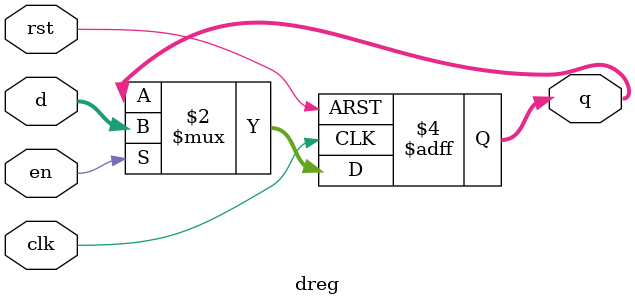
<source format=v>
module dreg #(
    parameter WIDTH = 32
) (
    input wire clk,
    input wire rst,
    input wire en,
    input  wire [WIDTH-1:0] d,
    output reg  [WIDTH-1:0] q
);
  always @(posedge clk, posedge rst) begin
    if (rst) q <= 0;
    else if (en) q <= d;
  end
endmodule

</source>
